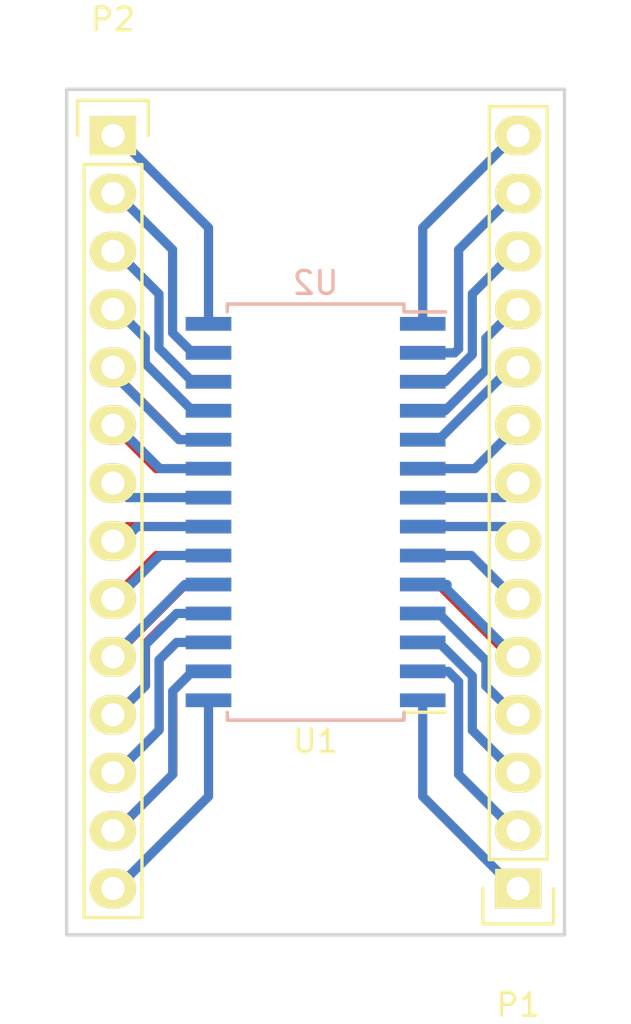
<source format=kicad_pcb>
(kicad_pcb (version 20171130) (host pcbnew 5.0-dev-unknown-dd04bcb~61~ubuntu16.04.1)

  (general
    (thickness 1.6)
    (drawings 4)
    (tracks 215)
    (zones 0)
    (modules 4)
    (nets 25)
  )

  (page A4)
  (layers
    (0 F.Cu signal)
    (31 B.Cu signal)
    (32 B.Adhes user)
    (33 F.Adhes user)
    (34 B.Paste user)
    (35 F.Paste user)
    (36 B.SilkS user)
    (37 F.SilkS user)
    (38 B.Mask user)
    (39 F.Mask user)
    (40 Dwgs.User user)
    (41 Cmts.User user)
    (42 Eco1.User user)
    (43 Eco2.User user)
    (44 Edge.Cuts user)
    (45 Margin user)
    (46 B.CrtYd user)
    (47 F.CrtYd user)
    (48 B.Fab user)
    (49 F.Fab user)
  )

  (setup
    (last_trace_width 0.4)
    (trace_clearance 0.2)
    (zone_clearance 0.508)
    (zone_45_only no)
    (trace_min 0.2)
    (segment_width 0.2)
    (edge_width 0.15)
    (via_size 0.8)
    (via_drill 0.4)
    (via_min_size 0.4)
    (via_min_drill 0.3)
    (uvia_size 0.3)
    (uvia_drill 0.1)
    (uvias_allowed no)
    (uvia_min_size 0.2)
    (uvia_min_drill 0.1)
    (pcb_text_width 0.3)
    (pcb_text_size 1.5 1.5)
    (mod_edge_width 0.15)
    (mod_text_size 1 1)
    (mod_text_width 0.15)
    (pad_size 1.524 1.524)
    (pad_drill 0.762)
    (pad_to_mask_clearance 0.2)
    (aux_axis_origin 0 0)
    (visible_elements FFFFFF7F)
    (pcbplotparams
      (layerselection 0x00000_80000001)
      (usegerberextensions false)
      (usegerberattributes false)
      (usegerberadvancedattributes false)
      (creategerberjobfile false)
      (excludeedgelayer true)
      (linewidth 1.000000)
      (plotframeref false)
      (viasonmask false)
      (mode 1)
      (useauxorigin false)
      (hpglpennumber 1)
      (hpglpenspeed 20)
      (hpglpendiameter 15)
      (psnegative false)
      (psa4output false)
      (plotreference false)
      (plotvalue false)
      (plotinvisibletext false)
      (padsonsilk false)
      (subtractmaskfromsilk false)
      (outputformat 1)
      (mirror false)
      (drillshape 0)
      (scaleselection 1)
      (outputdirectory /home/nail/tmp/))
  )

  (net 0 "")
  (net 1 "Net-(P1-Pad6)")
  (net 2 "Net-(P1-Pad7)")
  (net 3 "Net-(P1-Pad8)")
  (net 4 "Net-(P1-Pad9)")
  (net 5 "Net-(P1-Pad10)")
  (net 6 "Net-(P1-Pad11)")
  (net 7 "Net-(P1-Pad12)")
  (net 8 "Net-(P1-Pad13)")
  (net 9 "Net-(P2-Pad2)")
  (net 10 "Net-(P2-Pad3)")
  (net 11 "Net-(P2-Pad4)")
  (net 12 "Net-(P2-Pad6)")
  (net 13 "Net-(P2-Pad7)")
  (net 14 "Net-(P2-Pad8)")
  (net 15 "Net-(P2-Pad9)")
  (net 16 "Net-(P2-Pad10)")
  (net 17 GND)
  (net 18 "Net-(P1-Pad2)")
  (net 19 "Net-(P1-Pad3)")
  (net 20 "Net-(P1-Pad4)")
  (net 21 "Net-(P1-Pad5)")
  (net 22 "Net-(P2-Pad11)")
  (net 23 "Net-(P2-Pad12)")
  (net 24 "Net-(P2-Pad13)")

  (net_class Default "This is the default net class."
    (clearance 0.2)
    (trace_width 0.4)
    (via_dia 0.8)
    (via_drill 0.4)
    (uvia_dia 0.3)
    (uvia_drill 0.1)
    (add_net GND)
    (add_net "Net-(P1-Pad10)")
    (add_net "Net-(P1-Pad11)")
    (add_net "Net-(P1-Pad12)")
    (add_net "Net-(P1-Pad13)")
    (add_net "Net-(P1-Pad2)")
    (add_net "Net-(P1-Pad3)")
    (add_net "Net-(P1-Pad4)")
    (add_net "Net-(P1-Pad5)")
    (add_net "Net-(P1-Pad6)")
    (add_net "Net-(P1-Pad7)")
    (add_net "Net-(P1-Pad8)")
    (add_net "Net-(P1-Pad9)")
    (add_net "Net-(P2-Pad10)")
    (add_net "Net-(P2-Pad11)")
    (add_net "Net-(P2-Pad12)")
    (add_net "Net-(P2-Pad13)")
    (add_net "Net-(P2-Pad2)")
    (add_net "Net-(P2-Pad3)")
    (add_net "Net-(P2-Pad4)")
    (add_net "Net-(P2-Pad6)")
    (add_net "Net-(P2-Pad7)")
    (add_net "Net-(P2-Pad8)")
    (add_net "Net-(P2-Pad9)")
  )

  (module Pin_Headers:Pin_Header_Straight_1x14 (layer F.Cu) (tedit 0) (tstamp 5638BB26)
    (at 182.88 137.16 180)
    (descr "Through hole pin header")
    (tags "pin header")
    (path /56375650)
    (fp_text reference P1 (at 0 -5.1 180) (layer F.SilkS)
      (effects (font (size 1 1) (thickness 0.15)))
    )
    (fp_text value CONN_01X14 (at 0 -3.1 180) (layer F.Fab)
      (effects (font (size 1 1) (thickness 0.15)))
    )
    (fp_line (start -1.75 -1.75) (end -1.75 34.8) (layer F.CrtYd) (width 0.05))
    (fp_line (start 1.75 -1.75) (end 1.75 34.8) (layer F.CrtYd) (width 0.05))
    (fp_line (start -1.75 -1.75) (end 1.75 -1.75) (layer F.CrtYd) (width 0.05))
    (fp_line (start -1.75 34.8) (end 1.75 34.8) (layer F.CrtYd) (width 0.05))
    (fp_line (start -1.27 1.27) (end -1.27 34.29) (layer F.SilkS) (width 0.15))
    (fp_line (start -1.27 34.29) (end 1.27 34.29) (layer F.SilkS) (width 0.15))
    (fp_line (start 1.27 34.29) (end 1.27 1.27) (layer F.SilkS) (width 0.15))
    (fp_line (start 1.55 -1.55) (end 1.55 0) (layer F.SilkS) (width 0.15))
    (fp_line (start 1.27 1.27) (end -1.27 1.27) (layer F.SilkS) (width 0.15))
    (fp_line (start -1.55 0) (end -1.55 -1.55) (layer F.SilkS) (width 0.15))
    (fp_line (start -1.55 -1.55) (end 1.55 -1.55) (layer F.SilkS) (width 0.15))
    (pad 1 thru_hole rect (at 0 0 180) (size 2.032 1.7272) (drill 1.016) (layers *.Cu *.Mask F.SilkS)
      (net 17 GND))
    (pad 2 thru_hole oval (at 0 2.54 180) (size 2.032 1.7272) (drill 1.016) (layers *.Cu *.Mask F.SilkS)
      (net 18 "Net-(P1-Pad2)"))
    (pad 3 thru_hole oval (at 0 5.08 180) (size 2.032 1.7272) (drill 1.016) (layers *.Cu *.Mask F.SilkS)
      (net 19 "Net-(P1-Pad3)"))
    (pad 4 thru_hole oval (at 0 7.62 180) (size 2.032 1.7272) (drill 1.016) (layers *.Cu *.Mask F.SilkS)
      (net 20 "Net-(P1-Pad4)"))
    (pad 5 thru_hole oval (at 0 10.16 180) (size 2.032 1.7272) (drill 1.016) (layers *.Cu *.Mask F.SilkS)
      (net 21 "Net-(P1-Pad5)"))
    (pad 6 thru_hole oval (at 0 12.7 180) (size 2.032 1.7272) (drill 1.016) (layers *.Cu *.Mask F.SilkS)
      (net 1 "Net-(P1-Pad6)"))
    (pad 7 thru_hole oval (at 0 15.24 180) (size 2.032 1.7272) (drill 1.016) (layers *.Cu *.Mask F.SilkS)
      (net 2 "Net-(P1-Pad7)"))
    (pad 8 thru_hole oval (at 0 17.78 180) (size 2.032 1.7272) (drill 1.016) (layers *.Cu *.Mask F.SilkS)
      (net 3 "Net-(P1-Pad8)"))
    (pad 9 thru_hole oval (at 0 20.32 180) (size 2.032 1.7272) (drill 1.016) (layers *.Cu *.Mask F.SilkS)
      (net 4 "Net-(P1-Pad9)"))
    (pad 10 thru_hole oval (at 0 22.86 180) (size 2.032 1.7272) (drill 1.016) (layers *.Cu *.Mask F.SilkS)
      (net 5 "Net-(P1-Pad10)"))
    (pad 11 thru_hole oval (at 0 25.4 180) (size 2.032 1.7272) (drill 1.016) (layers *.Cu *.Mask F.SilkS)
      (net 6 "Net-(P1-Pad11)"))
    (pad 12 thru_hole oval (at 0 27.94 180) (size 2.032 1.7272) (drill 1.016) (layers *.Cu *.Mask F.SilkS)
      (net 7 "Net-(P1-Pad12)"))
    (pad 13 thru_hole oval (at 0 30.48 180) (size 2.032 1.7272) (drill 1.016) (layers *.Cu *.Mask F.SilkS)
      (net 8 "Net-(P1-Pad13)"))
    (pad 14 thru_hole oval (at 0 33.02 180) (size 2.032 1.7272) (drill 1.016) (layers *.Cu *.Mask F.SilkS)
      (net 17 GND))
    (model Pin_Headers.3dshapes/Pin_Header_Straight_1x14.wrl
      (offset (xyz 0 -16.50999975204468 0))
      (scale (xyz 1 1 1))
      (rotate (xyz 0 0 90))
    )
  )

  (module Pin_Headers:Pin_Header_Straight_1x14 (layer F.Cu) (tedit 0) (tstamp 5638BB43)
    (at 165.1 104.14)
    (descr "Through hole pin header")
    (tags "pin header")
    (path /563756BF)
    (fp_text reference P2 (at 0 -5.1) (layer F.SilkS)
      (effects (font (size 1 1) (thickness 0.15)))
    )
    (fp_text value CONN_01X14 (at 0 -3.1) (layer F.Fab)
      (effects (font (size 1 1) (thickness 0.15)))
    )
    (fp_line (start -1.75 -1.75) (end -1.75 34.8) (layer F.CrtYd) (width 0.05))
    (fp_line (start 1.75 -1.75) (end 1.75 34.8) (layer F.CrtYd) (width 0.05))
    (fp_line (start -1.75 -1.75) (end 1.75 -1.75) (layer F.CrtYd) (width 0.05))
    (fp_line (start -1.75 34.8) (end 1.75 34.8) (layer F.CrtYd) (width 0.05))
    (fp_line (start -1.27 1.27) (end -1.27 34.29) (layer F.SilkS) (width 0.15))
    (fp_line (start -1.27 34.29) (end 1.27 34.29) (layer F.SilkS) (width 0.15))
    (fp_line (start 1.27 34.29) (end 1.27 1.27) (layer F.SilkS) (width 0.15))
    (fp_line (start 1.55 -1.55) (end 1.55 0) (layer F.SilkS) (width 0.15))
    (fp_line (start 1.27 1.27) (end -1.27 1.27) (layer F.SilkS) (width 0.15))
    (fp_line (start -1.55 0) (end -1.55 -1.55) (layer F.SilkS) (width 0.15))
    (fp_line (start -1.55 -1.55) (end 1.55 -1.55) (layer F.SilkS) (width 0.15))
    (pad 1 thru_hole rect (at 0 0) (size 2.032 1.7272) (drill 1.016) (layers *.Cu *.Mask F.SilkS)
      (net 17 GND))
    (pad 2 thru_hole oval (at 0 2.54) (size 2.032 1.7272) (drill 1.016) (layers *.Cu *.Mask F.SilkS)
      (net 9 "Net-(P2-Pad2)"))
    (pad 3 thru_hole oval (at 0 5.08) (size 2.032 1.7272) (drill 1.016) (layers *.Cu *.Mask F.SilkS)
      (net 10 "Net-(P2-Pad3)"))
    (pad 4 thru_hole oval (at 0 7.62) (size 2.032 1.7272) (drill 1.016) (layers *.Cu *.Mask F.SilkS)
      (net 11 "Net-(P2-Pad4)"))
    (pad 5 thru_hole oval (at 0 10.16) (size 2.032 1.7272) (drill 1.016) (layers *.Cu *.Mask F.SilkS)
      (net 18 "Net-(P1-Pad2)"))
    (pad 6 thru_hole oval (at 0 12.7) (size 2.032 1.7272) (drill 1.016) (layers *.Cu *.Mask F.SilkS)
      (net 12 "Net-(P2-Pad6)"))
    (pad 7 thru_hole oval (at 0 15.24) (size 2.032 1.7272) (drill 1.016) (layers *.Cu *.Mask F.SilkS)
      (net 13 "Net-(P2-Pad7)"))
    (pad 8 thru_hole oval (at 0 17.78) (size 2.032 1.7272) (drill 1.016) (layers *.Cu *.Mask F.SilkS)
      (net 14 "Net-(P2-Pad8)"))
    (pad 9 thru_hole oval (at 0 20.32) (size 2.032 1.7272) (drill 1.016) (layers *.Cu *.Mask F.SilkS)
      (net 15 "Net-(P2-Pad9)"))
    (pad 10 thru_hole oval (at 0 22.86) (size 2.032 1.7272) (drill 1.016) (layers *.Cu *.Mask F.SilkS)
      (net 16 "Net-(P2-Pad10)"))
    (pad 11 thru_hole oval (at 0 25.4) (size 2.032 1.7272) (drill 1.016) (layers *.Cu *.Mask F.SilkS)
      (net 22 "Net-(P2-Pad11)"))
    (pad 12 thru_hole oval (at 0 27.94) (size 2.032 1.7272) (drill 1.016) (layers *.Cu *.Mask F.SilkS)
      (net 23 "Net-(P2-Pad12)"))
    (pad 13 thru_hole oval (at 0 30.48) (size 2.032 1.7272) (drill 1.016) (layers *.Cu *.Mask F.SilkS)
      (net 24 "Net-(P2-Pad13)"))
    (pad 14 thru_hole oval (at 0 33.02) (size 2.032 1.7272) (drill 1.016) (layers *.Cu *.Mask F.SilkS)
      (net 17 GND))
    (model Pin_Headers.3dshapes/Pin_Header_Straight_1x14.wrl
      (offset (xyz 0 -16.50999975204468 0))
      (scale (xyz 1 1 1))
      (rotate (xyz 0 0 90))
    )
  )

  (module Housings_SOIC:SOIC-28_7.5x17.9mm_Pitch1.27mm (layer F.Cu) (tedit 54130A77) (tstamp 5638BBA9)
    (at 173.99 120.65 180)
    (descr "28-Lead Plastic Small Outline (SO) - Wide, 7.50 mm Body [SOIC] (see Microchip Packaging Specification 00000049BS.pdf)")
    (tags "SOIC 1.27")
    (path /56376ABB)
    (attr smd)
    (fp_text reference U1 (at 0 -10.05 180) (layer F.SilkS)
      (effects (font (size 1 1) (thickness 0.15)))
    )
    (fp_text value HM62256BLFP-4SLT (at 0 10.05 180) (layer F.Fab)
      (effects (font (size 1 1) (thickness 0.15)))
    )
    (fp_line (start -5.95 -9.3) (end -5.95 9.3) (layer F.CrtYd) (width 0.05))
    (fp_line (start 5.95 -9.3) (end 5.95 9.3) (layer F.CrtYd) (width 0.05))
    (fp_line (start -5.95 -9.3) (end 5.95 -9.3) (layer F.CrtYd) (width 0.05))
    (fp_line (start -5.95 9.3) (end 5.95 9.3) (layer F.CrtYd) (width 0.05))
    (fp_line (start -3.875 -9.125) (end -3.875 -8.78) (layer F.SilkS) (width 0.15))
    (fp_line (start 3.875 -9.125) (end 3.875 -8.78) (layer F.SilkS) (width 0.15))
    (fp_line (start 3.875 9.125) (end 3.875 8.78) (layer F.SilkS) (width 0.15))
    (fp_line (start -3.875 9.125) (end -3.875 8.78) (layer F.SilkS) (width 0.15))
    (fp_line (start -3.875 -9.125) (end 3.875 -9.125) (layer F.SilkS) (width 0.15))
    (fp_line (start -3.875 9.125) (end 3.875 9.125) (layer F.SilkS) (width 0.15))
    (fp_line (start -3.875 -8.78) (end -5.7 -8.78) (layer F.SilkS) (width 0.15))
    (pad 1 smd rect (at -4.7 -8.255 180) (size 2 0.6) (layers F.Cu F.Paste F.Mask)
      (net 17 GND))
    (pad 2 smd rect (at -4.7 -6.985 180) (size 2 0.6) (layers F.Cu F.Paste F.Mask)
      (net 18 "Net-(P1-Pad2)"))
    (pad 3 smd rect (at -4.7 -5.715 180) (size 2 0.6) (layers F.Cu F.Paste F.Mask)
      (net 19 "Net-(P1-Pad3)"))
    (pad 4 smd rect (at -4.7 -4.445 180) (size 2 0.6) (layers F.Cu F.Paste F.Mask)
      (net 20 "Net-(P1-Pad4)"))
    (pad 5 smd rect (at -4.7 -3.175 180) (size 2 0.6) (layers F.Cu F.Paste F.Mask)
      (net 21 "Net-(P1-Pad5)"))
    (pad 6 smd rect (at -4.7 -1.905 180) (size 2 0.6) (layers F.Cu F.Paste F.Mask)
      (net 1 "Net-(P1-Pad6)"))
    (pad 7 smd rect (at -4.7 -0.635 180) (size 2 0.6) (layers F.Cu F.Paste F.Mask)
      (net 2 "Net-(P1-Pad7)"))
    (pad 8 smd rect (at -4.7 0.635 180) (size 2 0.6) (layers F.Cu F.Paste F.Mask)
      (net 3 "Net-(P1-Pad8)"))
    (pad 9 smd rect (at -4.7 1.905 180) (size 2 0.6) (layers F.Cu F.Paste F.Mask)
      (net 4 "Net-(P1-Pad9)"))
    (pad 10 smd rect (at -4.7 3.175 180) (size 2 0.6) (layers F.Cu F.Paste F.Mask)
      (net 5 "Net-(P1-Pad10)"))
    (pad 11 smd rect (at -4.7 4.445 180) (size 2 0.6) (layers F.Cu F.Paste F.Mask)
      (net 6 "Net-(P1-Pad11)"))
    (pad 12 smd rect (at -4.7 5.715 180) (size 2 0.6) (layers F.Cu F.Paste F.Mask)
      (net 7 "Net-(P1-Pad12)"))
    (pad 13 smd rect (at -4.7 6.985 180) (size 2 0.6) (layers F.Cu F.Paste F.Mask)
      (net 8 "Net-(P1-Pad13)"))
    (pad 14 smd rect (at -4.7 8.255 180) (size 2 0.6) (layers F.Cu F.Paste F.Mask)
      (net 17 GND))
    (pad 15 smd rect (at 4.7 8.255 180) (size 2 0.6) (layers F.Cu F.Paste F.Mask)
      (net 17 GND))
    (pad 16 smd rect (at 4.7 6.985 180) (size 2 0.6) (layers F.Cu F.Paste F.Mask)
      (net 9 "Net-(P2-Pad2)"))
    (pad 17 smd rect (at 4.7 5.715 180) (size 2 0.6) (layers F.Cu F.Paste F.Mask)
      (net 10 "Net-(P2-Pad3)"))
    (pad 18 smd rect (at 4.7 4.445 180) (size 2 0.6) (layers F.Cu F.Paste F.Mask)
      (net 11 "Net-(P2-Pad4)"))
    (pad 19 smd rect (at 4.7 3.175 180) (size 2 0.6) (layers F.Cu F.Paste F.Mask)
      (net 18 "Net-(P1-Pad2)"))
    (pad 20 smd rect (at 4.7 1.905 180) (size 2 0.6) (layers F.Cu F.Paste F.Mask)
      (net 12 "Net-(P2-Pad6)"))
    (pad 21 smd rect (at 4.7 0.635 180) (size 2 0.6) (layers F.Cu F.Paste F.Mask)
      (net 13 "Net-(P2-Pad7)"))
    (pad 22 smd rect (at 4.7 -0.635 180) (size 2 0.6) (layers F.Cu F.Paste F.Mask)
      (net 14 "Net-(P2-Pad8)"))
    (pad 23 smd rect (at 4.7 -1.905 180) (size 2 0.6) (layers F.Cu F.Paste F.Mask)
      (net 15 "Net-(P2-Pad9)"))
    (pad 24 smd rect (at 4.7 -3.175 180) (size 2 0.6) (layers F.Cu F.Paste F.Mask)
      (net 16 "Net-(P2-Pad10)"))
    (pad 25 smd rect (at 4.7 -4.445 180) (size 2 0.6) (layers F.Cu F.Paste F.Mask)
      (net 22 "Net-(P2-Pad11)"))
    (pad 26 smd rect (at 4.7 -5.715 180) (size 2 0.6) (layers F.Cu F.Paste F.Mask)
      (net 23 "Net-(P2-Pad12)"))
    (pad 27 smd rect (at 4.7 -6.985 180) (size 2 0.6) (layers F.Cu F.Paste F.Mask)
      (net 24 "Net-(P2-Pad13)"))
    (pad 28 smd rect (at 4.7 -8.255 180) (size 2 0.6) (layers F.Cu F.Paste F.Mask)
      (net 17 GND))
    (model Housings_SOIC.3dshapes/SOIC-28_7.5x17.9mm_Pitch1.27mm.wrl
      (at (xyz 0 0 0))
      (scale (xyz 1 1 1))
      (rotate (xyz 0 0 0))
    )
  )

  (module Housings_SOIC.pretty:SOIC-28_7.5x17.9mm_Pitch1.27mm (layer B.Cu) (tedit 54130A77) (tstamp 5A8EF25A)
    (at 173.99 120.65 180)
    (descr "28-Lead Plastic Small Outline (SO) - Wide, 7.50 mm Body [SOIC] (see Microchip Packaging Specification 00000049BS.pdf)")
    (tags "SOIC 1.27")
    (path /5A90E08F)
    (attr smd)
    (fp_text reference U2 (at 0 10.05 180) (layer B.SilkS)
      (effects (font (size 1 1) (thickness 0.15)) (justify mirror))
    )
    (fp_text value HM62256BLFP-4SLT (at 0 -10.05 180) (layer B.Fab)
      (effects (font (size 1 1) (thickness 0.15)) (justify mirror))
    )
    (fp_line (start -5.95 9.3) (end -5.95 -9.3) (layer B.CrtYd) (width 0.05))
    (fp_line (start 5.95 9.3) (end 5.95 -9.3) (layer B.CrtYd) (width 0.05))
    (fp_line (start -5.95 9.3) (end 5.95 9.3) (layer B.CrtYd) (width 0.05))
    (fp_line (start -5.95 -9.3) (end 5.95 -9.3) (layer B.CrtYd) (width 0.05))
    (fp_line (start -3.875 9.125) (end -3.875 8.78) (layer B.SilkS) (width 0.15))
    (fp_line (start 3.875 9.125) (end 3.875 8.78) (layer B.SilkS) (width 0.15))
    (fp_line (start 3.875 -9.125) (end 3.875 -8.78) (layer B.SilkS) (width 0.15))
    (fp_line (start -3.875 -9.125) (end -3.875 -8.78) (layer B.SilkS) (width 0.15))
    (fp_line (start -3.875 9.125) (end 3.875 9.125) (layer B.SilkS) (width 0.15))
    (fp_line (start -3.875 -9.125) (end 3.875 -9.125) (layer B.SilkS) (width 0.15))
    (fp_line (start -3.875 8.78) (end -5.7 8.78) (layer B.SilkS) (width 0.15))
    (pad 1 smd rect (at -4.7 8.255 180) (size 2 0.6) (layers B.Cu B.Paste B.Mask)
      (net 17 GND))
    (pad 2 smd rect (at -4.7 6.985 180) (size 2 0.6) (layers B.Cu B.Paste B.Mask)
      (net 8 "Net-(P1-Pad13)"))
    (pad 3 smd rect (at -4.7 5.715 180) (size 2 0.6) (layers B.Cu B.Paste B.Mask)
      (net 7 "Net-(P1-Pad12)"))
    (pad 4 smd rect (at -4.7 4.445 180) (size 2 0.6) (layers B.Cu B.Paste B.Mask)
      (net 6 "Net-(P1-Pad11)"))
    (pad 5 smd rect (at -4.7 3.175 180) (size 2 0.6) (layers B.Cu B.Paste B.Mask)
      (net 5 "Net-(P1-Pad10)"))
    (pad 6 smd rect (at -4.7 1.905 180) (size 2 0.6) (layers B.Cu B.Paste B.Mask)
      (net 4 "Net-(P1-Pad9)"))
    (pad 7 smd rect (at -4.7 0.635 180) (size 2 0.6) (layers B.Cu B.Paste B.Mask)
      (net 3 "Net-(P1-Pad8)"))
    (pad 8 smd rect (at -4.7 -0.635 180) (size 2 0.6) (layers B.Cu B.Paste B.Mask)
      (net 2 "Net-(P1-Pad7)"))
    (pad 9 smd rect (at -4.7 -1.905 180) (size 2 0.6) (layers B.Cu B.Paste B.Mask)
      (net 1 "Net-(P1-Pad6)"))
    (pad 10 smd rect (at -4.7 -3.175 180) (size 2 0.6) (layers B.Cu B.Paste B.Mask)
      (net 21 "Net-(P1-Pad5)"))
    (pad 11 smd rect (at -4.7 -4.445 180) (size 2 0.6) (layers B.Cu B.Paste B.Mask)
      (net 20 "Net-(P1-Pad4)"))
    (pad 12 smd rect (at -4.7 -5.715 180) (size 2 0.6) (layers B.Cu B.Paste B.Mask)
      (net 19 "Net-(P1-Pad3)"))
    (pad 13 smd rect (at -4.7 -6.985 180) (size 2 0.6) (layers B.Cu B.Paste B.Mask)
      (net 18 "Net-(P1-Pad2)"))
    (pad 14 smd rect (at -4.7 -8.255 180) (size 2 0.6) (layers B.Cu B.Paste B.Mask)
      (net 17 GND))
    (pad 15 smd rect (at 4.7 -8.255 180) (size 2 0.6) (layers B.Cu B.Paste B.Mask)
      (net 17 GND))
    (pad 16 smd rect (at 4.7 -6.985 180) (size 2 0.6) (layers B.Cu B.Paste B.Mask)
      (net 24 "Net-(P2-Pad13)"))
    (pad 17 smd rect (at 4.7 -5.715 180) (size 2 0.6) (layers B.Cu B.Paste B.Mask)
      (net 23 "Net-(P2-Pad12)"))
    (pad 18 smd rect (at 4.7 -4.445 180) (size 2 0.6) (layers B.Cu B.Paste B.Mask)
      (net 22 "Net-(P2-Pad11)"))
    (pad 19 smd rect (at 4.7 -3.175 180) (size 2 0.6) (layers B.Cu B.Paste B.Mask)
      (net 16 "Net-(P2-Pad10)"))
    (pad 20 smd rect (at 4.7 -1.905 180) (size 2 0.6) (layers B.Cu B.Paste B.Mask)
      (net 15 "Net-(P2-Pad9)"))
    (pad 21 smd rect (at 4.7 -0.635 180) (size 2 0.6) (layers B.Cu B.Paste B.Mask)
      (net 14 "Net-(P2-Pad8)"))
    (pad 22 smd rect (at 4.7 0.635 180) (size 2 0.6) (layers B.Cu B.Paste B.Mask)
      (net 13 "Net-(P2-Pad7)"))
    (pad 23 smd rect (at 4.7 1.905 180) (size 2 0.6) (layers B.Cu B.Paste B.Mask)
      (net 12 "Net-(P2-Pad6)"))
    (pad 24 smd rect (at 4.7 3.175 180) (size 2 0.6) (layers B.Cu B.Paste B.Mask)
      (net 18 "Net-(P1-Pad2)"))
    (pad 25 smd rect (at 4.7 4.445 180) (size 2 0.6) (layers B.Cu B.Paste B.Mask)
      (net 11 "Net-(P2-Pad4)"))
    (pad 26 smd rect (at 4.7 5.715 180) (size 2 0.6) (layers B.Cu B.Paste B.Mask)
      (net 10 "Net-(P2-Pad3)"))
    (pad 27 smd rect (at 4.7 6.985 180) (size 2 0.6) (layers B.Cu B.Paste B.Mask)
      (net 9 "Net-(P2-Pad2)"))
    (pad 28 smd rect (at 4.7 8.255 180) (size 2 0.6) (layers B.Cu B.Paste B.Mask)
      (net 17 GND))
    (model Housings_SOIC.3dshapes/SOIC-28_7.5x17.9mm_Pitch1.27mm.wrl
      (at (xyz 0 0 0))
      (scale (xyz 1 1 1))
      (rotate (xyz 0 0 0))
    )
  )

  (gr_line (start 163.068 139.192) (end 163.068 102.108) (angle 90) (layer Edge.Cuts) (width 0.15))
  (gr_line (start 184.912 139.192) (end 163.068 139.192) (angle 90) (layer Edge.Cuts) (width 0.15))
  (gr_line (start 184.912 102.108) (end 184.912 139.192) (angle 90) (layer Edge.Cuts) (width 0.15))
  (gr_line (start 163.068 102.108) (end 184.912 102.108) (angle 90) (layer Edge.Cuts) (width 0.15))

  (segment (start 178.69 122.555) (end 180.7464 122.555) (width 0.4) (layer B.Cu) (net 1))
  (segment (start 182.88 124.46) (end 182.7276 124.46) (width 0.4) (layer B.Cu) (net 1))
  (segment (start 182.7276 124.46) (end 180.8226 122.555) (width 0.4) (layer B.Cu) (net 1))
  (segment (start 180.8226 122.555) (end 180.7464 122.555) (width 0.4) (layer B.Cu) (net 1))
  (segment (start 182.88 124.46) (end 182.7276 124.46) (width 0.4) (layer F.Cu) (net 1))
  (segment (start 182.7276 124.46) (end 180.8226 122.555) (width 0.4) (layer F.Cu) (net 1))
  (segment (start 180.8226 122.555) (end 180.09 122.555) (width 0.4) (layer F.Cu) (net 1))
  (segment (start 180.09 122.555) (end 178.69 122.555) (width 0.4) (layer F.Cu) (net 1))
  (segment (start 178.69 121.285) (end 182.245 121.285) (width 0.4) (layer B.Cu) (net 2))
  (segment (start 182.245 121.285) (end 182.88 121.92) (width 0.4) (layer B.Cu) (net 2))
  (segment (start 178.69 120.015) (end 182.245 120.015) (width 0.4) (layer B.Cu) (net 3))
  (segment (start 182.245 120.015) (end 182.88 119.38) (width 0.4) (layer B.Cu) (net 3))
  (segment (start 180.975 118.745) (end 182.88 116.84) (width 0.4) (layer B.Cu) (net 4))
  (segment (start 178.69 118.745) (end 180.975 118.745) (width 0.4) (layer B.Cu) (net 4))
  (segment (start 178.69 117.475) (end 179.39 117.475) (width 0.4) (layer B.Cu) (net 5))
  (segment (start 179.39 117.475) (end 182.565 114.3) (width 0.4) (layer B.Cu) (net 5))
  (segment (start 182.565 114.3) (end 182.88 114.3) (width 0.4) (layer B.Cu) (net 5))
  (segment (start 178.69 117.475) (end 179.39 117.475) (width 0.4) (layer F.Cu) (net 5))
  (segment (start 179.39 117.475) (end 182.565 114.3) (width 0.4) (layer F.Cu) (net 5))
  (segment (start 182.565 114.3) (end 182.88 114.3) (width 0.4) (layer F.Cu) (net 5))
  (segment (start 178.69 116.205) (end 179.668542 116.205) (width 0.4) (layer B.Cu) (net 6))
  (segment (start 179.668542 116.205) (end 181.46399 114.409552) (width 0.4) (layer B.Cu) (net 6))
  (segment (start 181.46399 114.409552) (end 181.46399 113.02361) (width 0.4) (layer B.Cu) (net 6))
  (segment (start 181.46399 113.02361) (end 182.7276 111.76) (width 0.4) (layer B.Cu) (net 6))
  (segment (start 182.7276 111.76) (end 182.88 111.76) (width 0.4) (layer B.Cu) (net 6))
  (segment (start 178.69 116.205) (end 179.668542 116.205) (width 0.4) (layer F.Cu) (net 6))
  (segment (start 181.46399 113.02361) (end 182.7276 111.76) (width 0.4) (layer F.Cu) (net 6))
  (segment (start 179.668542 116.205) (end 181.46399 114.409552) (width 0.4) (layer F.Cu) (net 6))
  (segment (start 181.46399 114.409552) (end 181.46399 113.02361) (width 0.4) (layer F.Cu) (net 6))
  (segment (start 182.7276 111.76) (end 182.88 111.76) (width 0.4) (layer F.Cu) (net 6))
  (segment (start 178.69 114.935) (end 179.668542 114.935) (width 0.4) (layer B.Cu) (net 7))
  (segment (start 180.863981 113.739561) (end 180.863981 111.083619) (width 0.4) (layer B.Cu) (net 7))
  (segment (start 179.668542 114.935) (end 180.863981 113.739561) (width 0.4) (layer B.Cu) (net 7))
  (segment (start 182.7276 109.22) (end 180.863981 111.083619) (width 0.4) (layer B.Cu) (net 7))
  (segment (start 182.88 109.22) (end 182.7276 109.22) (width 0.4) (layer B.Cu) (net 7))
  (segment (start 178.69 114.935) (end 179.668542 114.935) (width 0.4) (layer F.Cu) (net 7))
  (segment (start 179.668542 114.935) (end 180.86398 113.739562) (width 0.4) (layer F.Cu) (net 7))
  (segment (start 180.86398 113.739562) (end 180.86398 111.08362) (width 0.4) (layer F.Cu) (net 7))
  (segment (start 182.7276 109.22) (end 182.88 109.22) (width 0.4) (layer F.Cu) (net 7))
  (segment (start 180.86398 111.08362) (end 182.7276 109.22) (width 0.4) (layer F.Cu) (net 7))
  (segment (start 178.69 113.665) (end 180.09 113.665) (width 0.4) (layer B.Cu) (net 8))
  (segment (start 180.09 113.665) (end 180.263971 113.491029) (width 0.4) (layer B.Cu) (net 8))
  (segment (start 180.263971 113.491029) (end 180.263971 109.143629) (width 0.4) (layer B.Cu) (net 8))
  (segment (start 180.263971 109.143629) (end 182.7276 106.68) (width 0.4) (layer B.Cu) (net 8))
  (segment (start 182.7276 106.68) (end 182.88 106.68) (width 0.4) (layer B.Cu) (net 8))
  (segment (start 178.69 113.665) (end 180.09 113.665) (width 0.4) (layer F.Cu) (net 8))
  (segment (start 180.09 113.665) (end 180.26397 113.49103) (width 0.4) (layer F.Cu) (net 8))
  (segment (start 180.26397 113.49103) (end 180.26397 109.14363) (width 0.4) (layer F.Cu) (net 8))
  (segment (start 180.26397 109.14363) (end 182.7276 106.68) (width 0.4) (layer F.Cu) (net 8))
  (segment (start 182.7276 106.68) (end 182.88 106.68) (width 0.4) (layer F.Cu) (net 8))
  (segment (start 169.29 113.665) (end 168.59 113.665) (width 0.4) (layer B.Cu) (net 9))
  (segment (start 168.59 113.665) (end 167.716029 112.791029) (width 0.4) (layer B.Cu) (net 9))
  (segment (start 167.716029 112.791029) (end 167.716029 109.143629) (width 0.4) (layer B.Cu) (net 9))
  (segment (start 167.716029 109.143629) (end 165.2524 106.68) (width 0.4) (layer B.Cu) (net 9))
  (segment (start 165.2524 106.68) (end 165.1 106.68) (width 0.4) (layer B.Cu) (net 9))
  (segment (start 169.29 113.665) (end 168.59 113.665) (width 0.4) (layer F.Cu) (net 9))
  (segment (start 168.59 113.665) (end 167.71603 112.79103) (width 0.4) (layer F.Cu) (net 9))
  (segment (start 167.71603 112.79103) (end 167.71603 109.14363) (width 0.4) (layer F.Cu) (net 9))
  (segment (start 167.71603 109.14363) (end 165.2524 106.68) (width 0.4) (layer F.Cu) (net 9))
  (segment (start 165.2524 106.68) (end 165.1 106.68) (width 0.4) (layer F.Cu) (net 9))
  (segment (start 169.29 114.935) (end 168.59 114.935) (width 0.4) (layer B.Cu) (net 10))
  (segment (start 168.59 114.935) (end 167.116019 113.461019) (width 0.4) (layer B.Cu) (net 10))
  (segment (start 167.116019 111.083619) (end 165.2524 109.22) (width 0.4) (layer B.Cu) (net 10))
  (segment (start 167.116019 113.461019) (end 167.116019 111.083619) (width 0.4) (layer B.Cu) (net 10))
  (segment (start 165.2524 109.22) (end 165.1 109.22) (width 0.4) (layer B.Cu) (net 10))
  (segment (start 169.29 114.935) (end 168.59 114.935) (width 0.4) (layer F.Cu) (net 10))
  (segment (start 168.59 114.935) (end 167.11602 113.46102) (width 0.4) (layer F.Cu) (net 10))
  (segment (start 167.11602 113.46102) (end 167.11602 111.08362) (width 0.4) (layer F.Cu) (net 10))
  (segment (start 167.11602 111.08362) (end 165.2524 109.22) (width 0.4) (layer F.Cu) (net 10))
  (segment (start 165.2524 109.22) (end 165.1 109.22) (width 0.4) (layer F.Cu) (net 10))
  (segment (start 166.51601 113.02361) (end 166.51601 114.13101) (width 0.4) (layer B.Cu) (net 11))
  (segment (start 166.51601 114.13101) (end 168.59 116.205) (width 0.4) (layer B.Cu) (net 11))
  (segment (start 168.59 116.205) (end 169.29 116.205) (width 0.4) (layer B.Cu) (net 11))
  (segment (start 165.2524 111.76) (end 165.1 111.76) (width 0.4) (layer B.Cu) (net 11))
  (segment (start 166.51601 113.02361) (end 165.2524 111.76) (width 0.4) (layer B.Cu) (net 11))
  (segment (start 169.29 116.205) (end 168.59 116.205) (width 0.4) (layer F.Cu) (net 11))
  (segment (start 168.59 116.205) (end 166.51601 114.13101) (width 0.4) (layer F.Cu) (net 11))
  (segment (start 166.51601 114.13101) (end 166.51601 113.02361) (width 0.4) (layer F.Cu) (net 11))
  (segment (start 166.51601 113.02361) (end 165.2524 111.76) (width 0.4) (layer F.Cu) (net 11))
  (segment (start 165.2524 111.76) (end 165.1 111.76) (width 0.4) (layer F.Cu) (net 11))
  (segment (start 165.1 116.84) (end 165.2524 116.84) (width 0.4) (layer B.Cu) (net 12))
  (segment (start 165.2524 116.84) (end 167.1574 118.745) (width 0.4) (layer B.Cu) (net 12))
  (segment (start 167.1574 118.745) (end 167.89 118.745) (width 0.4) (layer B.Cu) (net 12))
  (segment (start 167.89 118.745) (end 169.29 118.745) (width 0.4) (layer B.Cu) (net 12))
  (segment (start 169.29 120.015) (end 165.735 120.015) (width 0.4) (layer B.Cu) (net 13))
  (segment (start 165.735 120.015) (end 165.1 119.38) (width 0.4) (layer B.Cu) (net 13))
  (segment (start 165.5318 121.92) (end 166.1668 121.285) (width 0.4) (layer B.Cu) (net 14))
  (segment (start 166.1668 121.285) (end 169.29 121.285) (width 0.4) (layer B.Cu) (net 14))
  (segment (start 165.1 121.92) (end 165.5318 121.92) (width 0.4) (layer B.Cu) (net 14))
  (segment (start 165.1 124.46) (end 165.2524 124.46) (width 0.4) (layer B.Cu) (net 15))
  (segment (start 165.2524 124.46) (end 167.1574 122.555) (width 0.4) (layer B.Cu) (net 15))
  (segment (start 167.1574 122.555) (end 169.29 122.555) (width 0.4) (layer B.Cu) (net 15))
  (segment (start 168.2496 123.825) (end 169.29 123.825) (width 0.4) (layer B.Cu) (net 16))
  (segment (start 165.1 127) (end 165.1 126.9746) (width 0.4) (layer B.Cu) (net 16))
  (segment (start 165.1 126.9746) (end 168.2496 123.825) (width 0.4) (layer B.Cu) (net 16))
  (segment (start 182.88 137.16) (end 182.7276 137.16) (width 0.4) (layer F.Cu) (net 17))
  (segment (start 182.7276 137.16) (end 178.69 133.1224) (width 0.4) (layer F.Cu) (net 17))
  (segment (start 178.69 133.1224) (end 178.69 129.605) (width 0.4) (layer F.Cu) (net 17))
  (segment (start 178.69 129.605) (end 178.69 128.905) (width 0.4) (layer F.Cu) (net 17))
  (segment (start 169.29 112.395) (end 169.29 108.1776) (width 0.4) (layer B.Cu) (net 17))
  (segment (start 169.29 108.1776) (end 165.2524 104.14) (width 0.4) (layer B.Cu) (net 17))
  (segment (start 165.2524 104.14) (end 165.1 104.14) (width 0.4) (layer B.Cu) (net 17))
  (segment (start 165.1 137.16) (end 165.2524 137.16) (width 0.4) (layer B.Cu) (net 17))
  (segment (start 169.29 129.605) (end 169.29 128.905) (width 0.4) (layer B.Cu) (net 17))
  (segment (start 165.2524 137.16) (end 169.29 133.1224) (width 0.4) (layer B.Cu) (net 17))
  (segment (start 169.29 133.1224) (end 169.29 129.605) (width 0.4) (layer B.Cu) (net 17))
  (segment (start 178.69 128.905) (end 178.69 133.1224) (width 0.4) (layer B.Cu) (net 17))
  (segment (start 178.69 133.1224) (end 182.7276 137.16) (width 0.4) (layer B.Cu) (net 17))
  (segment (start 182.7276 137.16) (end 182.88 137.16) (width 0.4) (layer B.Cu) (net 17))
  (segment (start 178.69 112.395) (end 178.69 108.1776) (width 0.4) (layer B.Cu) (net 17))
  (segment (start 182.7276 104.14) (end 182.88 104.14) (width 0.4) (layer B.Cu) (net 17))
  (segment (start 178.69 108.1776) (end 182.7276 104.14) (width 0.4) (layer B.Cu) (net 17))
  (segment (start 169.29 112.395) (end 169.29 108.1776) (width 0.4) (layer F.Cu) (net 17))
  (segment (start 169.29 108.1776) (end 165.2524 104.14) (width 0.4) (layer F.Cu) (net 17))
  (segment (start 165.2524 104.14) (end 165.1 104.14) (width 0.4) (layer F.Cu) (net 17))
  (segment (start 169.29 128.905) (end 169.29 133.1224) (width 0.4) (layer F.Cu) (net 17))
  (segment (start 169.29 133.1224) (end 165.2524 137.16) (width 0.4) (layer F.Cu) (net 17))
  (segment (start 165.2524 137.16) (end 165.1 137.16) (width 0.4) (layer F.Cu) (net 17))
  (segment (start 178.69 112.395) (end 178.69 108.1776) (width 0.4) (layer F.Cu) (net 17))
  (segment (start 178.69 108.1776) (end 182.7276 104.14) (width 0.4) (layer F.Cu) (net 17))
  (segment (start 182.7276 104.14) (end 182.88 104.14) (width 0.4) (layer F.Cu) (net 17))
  (segment (start 169.29 117.475) (end 167.9956 117.475) (width 0.4) (layer B.Cu) (net 18))
  (segment (start 167.9956 117.475) (end 165.1 114.5794) (width 0.4) (layer B.Cu) (net 18))
  (segment (start 165.1 114.5794) (end 165.1 114.3) (width 0.4) (layer B.Cu) (net 18))
  (segment (start 180.26397 132.15637) (end 182.7276 134.62) (width 0.4) (layer F.Cu) (net 18))
  (segment (start 180.26397 128.087512) (end 180.26397 132.15637) (width 0.4) (layer F.Cu) (net 18))
  (segment (start 179.811458 127.635) (end 180.26397 128.087512) (width 0.4) (layer F.Cu) (net 18))
  (segment (start 178.69 127.635) (end 179.811458 127.635) (width 0.4) (layer F.Cu) (net 18))
  (segment (start 182.7276 134.62) (end 182.88 134.62) (width 0.4) (layer F.Cu) (net 18))
  (segment (start 180.263971 132.156371) (end 182.7276 134.62) (width 0.4) (layer B.Cu) (net 18))
  (segment (start 180.263971 128.087513) (end 180.263971 132.156371) (width 0.4) (layer B.Cu) (net 18))
  (segment (start 179.811458 127.635) (end 180.263971 128.087513) (width 0.4) (layer B.Cu) (net 18))
  (segment (start 178.69 127.635) (end 179.811458 127.635) (width 0.4) (layer B.Cu) (net 18))
  (segment (start 182.7276 134.62) (end 182.88 134.62) (width 0.4) (layer B.Cu) (net 18))
  (segment (start 180.863981 130.216381) (end 180.86398 127.83898) (width 0.4) (layer B.Cu) (net 19))
  (segment (start 182.7276 132.08) (end 180.863981 130.216381) (width 0.4) (layer B.Cu) (net 19))
  (segment (start 180.86398 127.83898) (end 179.39 126.365) (width 0.4) (layer B.Cu) (net 19))
  (segment (start 182.88 132.08) (end 182.7276 132.08) (width 0.4) (layer B.Cu) (net 19))
  (segment (start 179.39 126.365) (end 178.69 126.365) (width 0.4) (layer B.Cu) (net 19))
  (segment (start 178.69 126.365) (end 179.39 126.365) (width 0.4) (layer F.Cu) (net 19))
  (segment (start 179.39 126.365) (end 180.86398 127.83898) (width 0.4) (layer F.Cu) (net 19))
  (segment (start 180.86398 127.83898) (end 180.86398 130.21638) (width 0.4) (layer F.Cu) (net 19))
  (segment (start 180.86398 130.21638) (end 182.7276 132.08) (width 0.4) (layer F.Cu) (net 19))
  (segment (start 182.7276 132.08) (end 182.88 132.08) (width 0.4) (layer F.Cu) (net 19))
  (segment (start 181.46399 127.127) (end 181.46399 128.27639) (width 0.4) (layer B.Cu) (net 20))
  (segment (start 181.46399 127.127) (end 181.422 127.127) (width 0.4) (layer B.Cu) (net 20))
  (segment (start 179.39 125.095) (end 178.69 125.095) (width 0.4) (layer B.Cu) (net 20))
  (segment (start 181.422 127.127) (end 179.39 125.095) (width 0.4) (layer B.Cu) (net 20))
  (segment (start 181.46399 128.27639) (end 182.7276 129.54) (width 0.4) (layer B.Cu) (net 20))
  (segment (start 182.7276 129.54) (end 182.88 129.54) (width 0.4) (layer B.Cu) (net 20))
  (segment (start 178.69 125.095) (end 179.39 125.095) (width 0.4) (layer F.Cu) (net 20))
  (segment (start 179.39 125.095) (end 181.46399 127.16899) (width 0.4) (layer F.Cu) (net 20))
  (segment (start 181.46399 127.16899) (end 181.46399 128.27639) (width 0.4) (layer F.Cu) (net 20))
  (segment (start 181.46399 128.27639) (end 182.7276 129.54) (width 0.4) (layer F.Cu) (net 20))
  (segment (start 182.7276 129.54) (end 182.88 129.54) (width 0.4) (layer F.Cu) (net 20))
  (segment (start 182.88 127) (end 182.565 127) (width 0.4) (layer F.Cu) (net 21))
  (segment (start 179.39 123.825) (end 178.69 123.825) (width 0.4) (layer F.Cu) (net 21))
  (segment (start 182.565 127) (end 179.39 123.825) (width 0.4) (layer F.Cu) (net 21))
  (segment (start 179.7558 123.825) (end 179.7558 124.0282) (width 0.4) (layer B.Cu) (net 21))
  (segment (start 179.7558 124.0282) (end 182.7276 127) (width 0.4) (layer B.Cu) (net 21))
  (segment (start 182.7276 127) (end 182.88 127) (width 0.4) (layer B.Cu) (net 21))
  (segment (start 178.69 123.825) (end 179.7558 123.825) (width 0.4) (layer B.Cu) (net 21))
  (segment (start 178.69 121.285) (end 182.245 121.285) (width 0.4) (layer F.Cu) (net 2) (status 30))
  (segment (start 182.245 121.285) (end 182.88 121.92) (width 0.4) (layer F.Cu) (net 2) (tstamp 564B431A) (status 30))
  (segment (start 178.69 120.015) (end 182.245 120.015) (width 0.4) (layer F.Cu) (net 3) (status 30))
  (segment (start 182.245 120.015) (end 182.88 119.38) (width 0.4) (layer F.Cu) (net 3) (tstamp 564B4316) (status 30))
  (segment (start 178.69 118.745) (end 180.975 118.745) (width 0.4) (layer F.Cu) (net 4) (status 10))
  (segment (start 180.975 118.745) (end 182.88 116.84) (width 0.4) (layer F.Cu) (net 4) (tstamp 564B431D) (status 20))
  (segment (start 165.1 114.3) (end 165.1 114.554) (width 0.4) (layer F.Cu) (net 18) (status 30))
  (segment (start 165.1 114.554) (end 168.021 117.475) (width 0.4) (layer F.Cu) (net 18) (tstamp 564B48D2) (status 10))
  (segment (start 168.021 117.475) (end 169.29 117.475) (width 0.4) (layer F.Cu) (net 18) (tstamp 564B48D3) (status 20))
  (segment (start 169.29 118.745) (end 167.005 118.745) (width 0.4) (layer F.Cu) (net 12) (status 10))
  (segment (start 167.005 118.745) (end 165.1 116.84) (width 0.4) (layer F.Cu) (net 12) (tstamp 564B48CE) (status 20))
  (segment (start 169.29 120.015) (end 165.735 120.015) (width 0.4) (layer F.Cu) (net 13) (status 30))
  (segment (start 165.735 120.015) (end 165.1 119.38) (width 0.4) (layer F.Cu) (net 13) (tstamp 564B48C4) (status 30))
  (segment (start 169.29 121.285) (end 165.735 121.285) (width 0.4) (layer F.Cu) (net 14) (status 30))
  (segment (start 165.735 121.285) (end 165.1 121.92) (width 0.4) (layer F.Cu) (net 14) (tstamp 564B48C7) (status 30))
  (segment (start 169.29 122.555) (end 167.005 122.555) (width 0.4) (layer F.Cu) (net 15) (status 10))
  (segment (start 167.005 122.555) (end 165.1 124.46) (width 0.4) (layer F.Cu) (net 15) (tstamp 564B48CA) (status 20))
  (segment (start 169.29 123.825) (end 168.275 123.825) (width 0.4) (layer F.Cu) (net 16) (status 10))
  (segment (start 168.275 123.825) (end 165.1 127) (width 0.4) (layer F.Cu) (net 16) (tstamp 564B48D6) (status 20))
  (segment (start 167.8686 125.124006) (end 167.8686 125.1164) (width 0.4) (layer B.Cu) (net 22))
  (segment (start 167.8686 125.1164) (end 167.89 125.095) (width 0.4) (layer B.Cu) (net 22))
  (segment (start 167.89 125.095) (end 169.29 125.095) (width 0.4) (layer B.Cu) (net 22))
  (segment (start 166.51601 126.476596) (end 167.8686 125.124006) (width 0.4) (layer B.Cu) (net 22))
  (segment (start 165.1 129.54) (end 165.2524 129.54) (width 0.4) (layer B.Cu) (net 22))
  (segment (start 165.2524 129.54) (end 166.51601 128.27639) (width 0.4) (layer B.Cu) (net 22))
  (segment (start 166.51601 128.27639) (end 166.51601 126.476596) (width 0.4) (layer B.Cu) (net 22))
  (segment (start 166.527571 126.420971) (end 166.527571 128.264829) (width 0.4) (layer F.Cu) (net 22))
  (segment (start 166.527571 128.264829) (end 165.2524 129.54) (width 0.4) (layer F.Cu) (net 22))
  (segment (start 165.2524 129.54) (end 165.1 129.54) (width 0.4) (layer F.Cu) (net 22))
  (segment (start 167.345542 125.603) (end 166.527571 126.420971) (width 0.4) (layer F.Cu) (net 22))
  (segment (start 169.29 125.095) (end 167.89 125.095) (width 0.4) (layer F.Cu) (net 22))
  (segment (start 167.89 125.095) (end 167.382 125.603) (width 0.4) (layer F.Cu) (net 22))
  (segment (start 167.382 125.603) (end 167.345542 125.603) (width 0.4) (layer F.Cu) (net 22))
  (segment (start 169.29 126.365) (end 167.89 126.365) (width 0.4) (layer B.Cu) (net 23))
  (segment (start 165.2524 132.08) (end 165.1 132.08) (width 0.4) (layer B.Cu) (net 23))
  (segment (start 167.89 126.365) (end 167.11602 127.13898) (width 0.4) (layer B.Cu) (net 23))
  (segment (start 167.11602 130.21638) (end 165.2524 132.08) (width 0.4) (layer B.Cu) (net 23))
  (segment (start 167.11602 127.13898) (end 167.11602 130.21638) (width 0.4) (layer B.Cu) (net 23))
  (segment (start 169.29 126.365) (end 167.89 126.365) (width 0.4) (layer F.Cu) (net 23))
  (segment (start 167.89 126.365) (end 167.127581 127.127419) (width 0.4) (layer F.Cu) (net 23))
  (segment (start 167.127581 130.204819) (end 165.2524 132.08) (width 0.4) (layer F.Cu) (net 23))
  (segment (start 165.2524 132.08) (end 165.1 132.08) (width 0.4) (layer F.Cu) (net 23))
  (segment (start 167.127581 127.127419) (end 167.127581 130.204819) (width 0.4) (layer F.Cu) (net 23))
  (segment (start 165.1 134.62) (end 165.2524 134.62) (width 0.4) (layer B.Cu) (net 24))
  (segment (start 167.71603 128.50897) (end 168.59 127.635) (width 0.4) (layer B.Cu) (net 24))
  (segment (start 165.2524 134.62) (end 167.71603 132.15637) (width 0.4) (layer B.Cu) (net 24))
  (segment (start 167.71603 132.15637) (end 167.71603 128.50897) (width 0.4) (layer B.Cu) (net 24))
  (segment (start 168.59 127.635) (end 169.29 127.635) (width 0.4) (layer B.Cu) (net 24))
  (segment (start 169.29 127.635) (end 168.59 127.635) (width 0.4) (layer F.Cu) (net 24))
  (segment (start 165.2524 134.62) (end 165.1 134.62) (width 0.4) (layer F.Cu) (net 24))
  (segment (start 168.59 127.635) (end 167.727591 128.497409) (width 0.4) (layer F.Cu) (net 24))
  (segment (start 167.727591 128.497409) (end 167.727591 132.144809) (width 0.4) (layer F.Cu) (net 24))
  (segment (start 167.727591 132.144809) (end 165.2524 134.62) (width 0.4) (layer F.Cu) (net 24))

)

</source>
